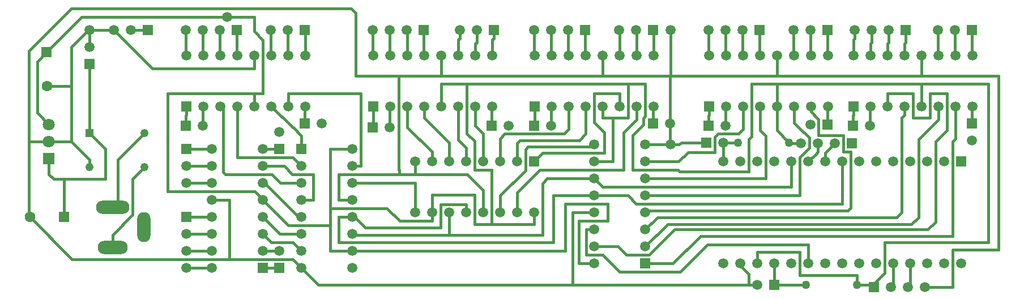
<source format=gbr>
G04 DipTrace Beta 3.9.0.1*
G04 Bottom.gbr*
%MOMM*%
G04 #@! TF.FileFunction,Copper,L2,Bot*
G04 #@! TF.Part,Single*
%AMOUTLINE0*
4,1,4,
-0.74993,0.75007,
0.75007,0.74993,
0.74993,-0.75007,
-0.75007,-0.74993,
-0.74993,0.75007,
0*%
G04 #@! TA.AperFunction,Conductor*
%ADD14C,0.4*%
G04 #@! TA.AperFunction,ComponentPad*
%ADD15R,1.5X1.5*%
%ADD16C,1.5*%
%ADD17O,5.0X2.0*%
%ADD18O,4.5X2.0*%
%ADD19O,2.0X4.5*%
%ADD21R,1.23X1.23*%
%ADD22C,1.23*%
%ADD23C,1.6*%
%ADD24R,1.6X1.6*%
%ADD25R,1.8X1.8*%
%ADD26C,1.8*%
%ADD27C,1.27*%
%ADD28C,1.27*%
%ADD29C,1.5*%
%ADD63OUTLINE0*%
%FSLAX35Y35*%
G04*
G71*
G90*
G75*
G01*
G04 Bottom*
%LPD*%
X937315Y4461435D2*
D14*
Y4090935D1*
X948308Y4079938D1*
X1191312Y4461435D2*
Y4090935D1*
X1202312Y4079938D1*
X2218312D2*
Y4450435D1*
X2207312Y4461435D1*
X-2999692D2*
Y4090935D1*
X-2988685Y4079938D1*
X-1729688Y4461435D2*
Y4090935D1*
X-1718688Y4079938D1*
X-4131688Y1412935D2*
X-4512692D1*
X3286815Y4461435D2*
Y4090935D1*
X3297808Y4079938D1*
X-3761692Y4461435D2*
Y4090935D1*
X-3750685Y4079938D1*
X-4131688Y1666935D2*
X-4512692D1*
X-4131688Y2174935D2*
X-4512692D1*
X-4131688Y2428935D2*
X-4512692D1*
X4017062Y968938D2*
Y1143562D1*
X4650072D1*
Y793750D1*
X5509312D1*
Y651432D1*
X-6571568Y3048562D2*
X-6746188Y3223182D1*
Y3985224D1*
X-6603337Y4128075D1*
X-2036188Y2682938D2*
X-2364692D1*
Y1795938D1*
X-1516318D1*
X-1326388Y1606008D1*
X-840756D1*
Y1731072D1*
X4313808Y3317935D2*
Y2958188D1*
X4493308Y2778688D1*
X-840756Y1731072D2*
Y1996018D1*
X-207718D1*
Y1556315D1*
X46282D1*
Y2368008D1*
X-207718D1*
Y2796592D1*
X-323675Y2912548D1*
Y3651812D1*
X-702688D1*
Y3317935D1*
X4313808D2*
Y3651812D1*
X3930822D1*
Y2870745D1*
X3888072Y2827995D1*
Y2342608D1*
X2861008D1*
X2836202Y2367415D1*
X2159000D1*
Y2889250D1*
X2317750Y3048000D1*
Y3143250D1*
X2343322Y3168822D1*
Y3651812D1*
X2089322D1*
Y3143808D1*
X1858065D1*
Y2492418D1*
X1583268D1*
X-3904562Y4651935D2*
X-3502448D1*
Y4439073D1*
X-3371678Y4308303D1*
Y3508938D1*
X-3496688D1*
X-3691682D1*
X-3695678Y3512935D1*
X-4793558D1*
Y2049935D1*
X-3493312D1*
X-3380688Y1937312D1*
X-3369692D1*
Y1920938D1*
X1858065Y3143808D2*
X1710312D1*
Y3317935D1*
X5763312Y619685D2*
Y667437D1*
X5920075Y824200D1*
Y1286435D1*
X7469402D1*
Y3652925D1*
X6476065D1*
X4313808D1*
Y3317935D1*
X-3369692Y1920938D2*
X-2990688Y1541935D1*
X-2364692D1*
Y1158938D1*
X-2036188D1*
X2089322Y3651812D2*
X-323675D1*
X6472812Y3317935D2*
X6476065D1*
Y3652925D1*
X5509312Y651432D2*
X5731565D1*
X5763312Y619685D1*
X-2036188Y1158938D2*
X1146398D1*
Y1859418D1*
X1778685D1*
Y1605418D1*
X1350062D1*
Y968418D1*
X1583268D1*
X-2364692Y1795938D2*
Y1541935D1*
X-3496688Y3508938D2*
Y3317935D1*
X-3496685D1*
X-6603337Y4128075D2*
X-6079477Y4651935D1*
X-3904562D1*
X46282Y1556315D2*
X683244D1*
Y1730936D1*
X4493308Y2778688D2*
X4509185Y2762812D1*
X4667938D1*
X-4131688Y2682938D2*
X-4512692D1*
X4271058Y651435D2*
X4493802D1*
X4493815Y651425D1*
X4747315D1*
X4271062Y968938D2*
Y651435D1*
X4271058D1*
X3731312Y2778688D2*
X3509062D1*
Y2492938D1*
X1583268Y1476418D2*
X1458262D1*
Y1097418D1*
X1708268D1*
X1962268Y843418D1*
X2863735D1*
X3275002Y1254685D1*
X4779062D1*
Y968938D1*
X-5143318Y2921595D2*
X-5539692Y2525218D1*
Y1810312D1*
X-5619065D1*
X-5143292Y2411595D2*
X-5319058Y2235828D1*
Y1699035D1*
X-5619065Y1399025D1*
Y1210312D1*
X-5968312Y3953435D2*
Y2921555D1*
X-5968318D1*
X-5730188Y2683428D1*
Y2230068D1*
X-6349315D1*
X-6501572D1*
X-6571565Y2300058D1*
Y2540558D1*
X-6349315Y2230068D2*
Y1667445D1*
X7223808Y3064435D2*
Y3306938D1*
X7234812Y3317938D1*
X5445812Y3032685D2*
Y3181938D1*
X5456812Y3192938D1*
Y3317938D1*
X5699808Y3032685D2*
Y3306938D1*
X5710808Y3317938D1*
X5064808Y3048565D2*
Y3306938D1*
X5075808Y3317938D1*
X3286815Y3032685D2*
Y3181938D1*
X3297808Y3192938D1*
Y3317938D1*
X3540812Y3032685D2*
Y3306938D1*
X3551808Y3317938D1*
X694312D2*
Y3043685D1*
X683312Y3032685D1*
X937308D2*
Y3306938D1*
X948308Y3317938D1*
X2726315Y4460935D2*
Y3778250D1*
X1710312D1*
Y4079935D1*
X-702688D2*
Y3778250D1*
X-1339682D1*
X-1981168D1*
Y4709732D1*
X-2051172Y4779735D1*
X-6237388D1*
X-6873185Y4143938D1*
Y2794562D1*
X-6571568D1*
X-6603281Y3620075D2*
X-6238192D1*
Y4207435D1*
X-5984188Y4461438D1*
X-5968318D1*
X-2036188Y1920938D2*
X-2237692D1*
Y2302435D1*
X-1332815D1*
X-1094688D1*
Y2493094D1*
X3255065Y2778688D2*
X2883575D1*
X2851325Y2746438D1*
X2726315D1*
X-6857312Y1667438D2*
X-6223812Y1033938D1*
X-3872815D1*
X-2927188D1*
X-2798188Y904938D1*
X4017058Y651435D2*
X3888072D1*
Y812178D1*
X3763062Y937188D1*
Y968938D1*
X2345268Y2746418D2*
X2726315D1*
Y2746438D1*
X-2798188Y904938D2*
X-2546655Y653405D1*
X1254812D1*
Y1730418D1*
X1583268D1*
X-6571568Y2794562D2*
X-6238185D1*
X-5968305Y2524682D1*
Y2411572D1*
X-1339682Y3778250D2*
Y2372802D1*
X-1332815Y2365935D1*
Y2302435D1*
X-5968318Y4461438D2*
Y4207438D1*
X2715315Y3064435D2*
Y3778250D1*
X4313808D1*
Y4079935D1*
X-6238192Y3620075D2*
X-6238185Y2794562D1*
X-6873185D2*
Y1667438D1*
X-6857312D1*
X1710312Y3778250D2*
X-702688D1*
X3888072Y651435D2*
X1254812Y653405D1*
X-3872815Y1033938D2*
Y1920938D1*
X-4131692D1*
X-5603185Y4461432D2*
X-5026692Y3884938D1*
X-3496685D1*
Y4079935D1*
X-5968318Y4461438D2*
X-5603185D1*
Y4461432D1*
X-1094688Y2302435D2*
X-316815D1*
X-78756Y2064376D1*
Y1731004D1*
X6472812Y4079935D2*
Y3778250D1*
X7620688D1*
Y1175312D1*
X6936072D1*
Y619685D1*
X6525312D1*
X4313808Y3778250D2*
X6472812D1*
X2726315D2*
X2715315D1*
X2726315Y2746438D2*
X2715315Y2757438D1*
Y3064435D1*
X3540812Y4461435D2*
Y4090935D1*
X3551808Y4079938D1*
X3794812Y4461435D2*
Y4090935D1*
X3805812Y4079938D1*
X4048808Y4461435D2*
Y4090935D1*
X4059812Y4079938D1*
X4556812Y4461435D2*
Y4090935D1*
X4567812Y4079938D1*
X4810808Y4461435D2*
Y4090935D1*
X4821812Y4079938D1*
X5064808Y4461435D2*
Y4090935D1*
X5075808Y4079938D1*
X6715812Y4461435D2*
Y4090935D1*
X6726808Y4079938D1*
X6969812Y4461435D2*
Y4090935D1*
X6980812Y4079938D1*
X7223808Y4461435D2*
Y4090935D1*
X7234812Y4079938D1*
X6239562Y4461435D2*
Y4276805D1*
X6218812Y4256058D1*
Y4079938D1*
X5985562Y4461435D2*
Y4276805D1*
X5964812Y4256058D1*
Y4079938D1*
X5731565Y4461435D2*
Y4276805D1*
X5710808Y4256058D1*
Y4079938D1*
X5477565Y4461435D2*
Y4336435D1*
X5456812Y4315688D1*
Y4079938D1*
X683315Y4461435D2*
Y4090935D1*
X694312Y4079938D1*
X-1094752Y1731092D2*
Y2174935D1*
X-2036192D1*
X4525062Y2492938D2*
Y2113415D1*
X1708272D1*
X1583272Y2238422D1*
X-586755Y1731048D2*
Y1397565D1*
X-2036192D1*
Y1412935D1*
X1583272Y2238422D2*
X878282D1*
X808282Y2168418D1*
Y1397562D1*
X-586755D1*
X1445312Y4461435D2*
Y4090935D1*
X1456312Y4079938D1*
X1964308D2*
Y4450435D1*
X1953312Y4461435D1*
X1583268Y2746418D2*
Y2714625D1*
X592485D1*
X554282Y2676422D1*
Y2364032D1*
X175244Y1984995D1*
Y1730981D1*
X2472312Y4079938D2*
Y4450435D1*
X2461308Y4461435D1*
X-3253688D2*
Y4090935D1*
X-3242688Y4079938D1*
X-332752Y1731022D2*
Y1856018D1*
X-715718D1*
Y1508685D1*
X-1840818D1*
X-1999068Y1666935D1*
X-2036192D1*
X1583272Y1984422D2*
X2083918D1*
X2208925Y1859418D1*
X5287062D1*
Y2492938D1*
X-2036192Y1666935D2*
X-2237692D1*
Y1287935D1*
X969058D1*
Y1984422D1*
X1583272D1*
X-2734688Y4079938D2*
Y4450435D1*
X-2745688Y4461435D1*
X-4523685D2*
Y4090935D1*
X-4512685Y4079938D1*
X-4269688Y4461435D2*
Y4090935D1*
X-4258688Y4079938D1*
X-4015688Y4461435D2*
Y4090935D1*
X-4004688Y4079938D1*
X-1475685Y4461435D2*
Y4090935D1*
X-1464692Y4079938D1*
X-1210685D2*
Y4450435D1*
X-1221688Y4461435D1*
X-967688D2*
Y4090935D1*
X-956688Y4079938D1*
X-448692D2*
Y4315688D1*
X-427938Y4336435D1*
Y4461435D1*
X-173938D2*
Y4276805D1*
X-194688Y4256058D1*
Y4079938D1*
X80058Y4461435D2*
Y4336425D1*
X59312Y4315678D1*
Y4079938D1*
X-4131688Y904938D2*
X-4512692D1*
X-4131688Y1158938D2*
X-4512692D1*
X-2798185D2*
X-2927192Y1287935D1*
X-3244688D1*
X-3369688Y1412935D1*
X-2798185D2*
X-3115688D1*
X-3369688Y1666935D1*
Y2174935D2*
X-3348438D1*
X-2840438Y1666935D1*
X-2798185D1*
X-3369688Y2428935D2*
X-3055688D1*
X-2930688Y2303935D1*
X-2618688D1*
Y1920938D1*
X-2798185D1*
X-4004685Y3317935D2*
X-3968750D1*
Y2337997D1*
X-3934688Y2303935D1*
X-3239168D1*
X-3110172Y2174938D1*
X-2798188D1*
X-2798185Y2428935D2*
X-2927185Y2557938D1*
X-3750685D1*
Y3317938D1*
X-2798185Y2682938D2*
Y2878812D1*
X-2920315Y3000935D1*
X-2925692D1*
X-3242688Y3317938D1*
X-2036192Y2428935D2*
X-1911175D1*
Y3508938D1*
X-2988685D1*
Y3317938D1*
X-1210685D2*
Y3005815D1*
X-840688Y2635812D1*
Y2493068D1*
X-586692Y2493048D2*
Y2778688D1*
X-956688Y3148688D1*
Y3317938D1*
X-332688Y2493022D2*
Y2700005D1*
X-448692Y2816008D1*
Y3317938D1*
X-78688Y2493002D2*
Y2910005D1*
X-194688Y3026005D1*
Y3317938D1*
X175308Y2492978D2*
Y2837718D1*
X245275Y2907685D1*
X1132312D1*
X1202312Y2977688D1*
Y3317938D1*
X1456312Y3317935D2*
Y2907692D1*
X1358495Y2809875D1*
X471472D1*
X429312Y2767716D1*
Y2492958D1*
X683312Y2492938D2*
X811788Y2621418D1*
X1731058D1*
Y2926355D1*
X1581322Y3076098D1*
Y3508938D1*
X1964308D1*
Y3317938D1*
X429248Y1730958D2*
Y2032968D1*
X763688Y2367415D1*
X2019332D1*
Y2923952D1*
X2218312Y3122932D1*
Y3317938D1*
X2461315Y3064435D2*
Y3306938D1*
X2472312Y3317938D1*
X-1718688D2*
Y3011935D1*
X-1729688Y3000935D1*
X-1475692D2*
Y3306938D1*
X-1464692Y3317938D1*
X48308Y3032685D2*
Y3306938D1*
X59312Y3317938D1*
X-4523685Y3032685D2*
Y3181938D1*
X-4512685Y3192938D1*
Y3317938D1*
X-4269688Y3032685D2*
Y3306938D1*
X-4258688Y3317938D1*
X-2745688Y3064435D2*
Y3306938D1*
X-2734688Y3317938D1*
X-3126692Y905438D2*
X-3369688D1*
Y904938D1*
X-3126692Y1159438D2*
X-3369688D1*
Y1158938D1*
X-3126692Y2683438D2*
X-3369688D1*
Y2682938D1*
X-5349185Y4461432D2*
X-5095188D1*
Y4461435D1*
X6271312Y619685D2*
X6303062D1*
Y968938D1*
X6049062D2*
Y619685D1*
X6017312D1*
X4921938Y2762812D2*
Y2637808D1*
X4904068Y2619938D1*
Y2617948D1*
X4779058Y2492938D1*
X5175938Y2762812D2*
X5033065Y2619932D1*
Y2492938D1*
X1583272Y1222422D2*
X1936135D1*
X2061142Y1097418D1*
X2398768D1*
X2778292Y1476935D1*
X6568595D1*
X6682075Y1590415D1*
Y2795775D1*
X6851822Y2965528D1*
Y3508938D1*
X6597818D1*
Y3143808D1*
X6343822D1*
Y3508938D1*
X5964812D1*
Y3317938D1*
X6980812D2*
Y2833018D1*
X6936072Y2788278D1*
Y1381685D1*
X3173242D1*
X2759975Y968418D1*
X2345265D1*
Y1222422D2*
X2679158Y1556315D1*
X6323968D1*
X6428072Y1660418D1*
Y2824195D1*
X6726808Y3122932D1*
Y3317938D1*
X2345265Y1476422D2*
X2529262Y1660418D1*
X6104068D1*
X6174072Y1730418D1*
Y3148198D1*
X6218812Y3192938D1*
Y3317938D1*
X2345268Y1730418D2*
Y1762688D1*
X5374338D1*
X5412072Y1800422D1*
Y2637808D1*
X5300942D1*
Y2889250D1*
X4935808D1*
Y3122942D1*
X4865812Y3192938D1*
X4872812D1*
X4821808Y3243942D1*
Y3317935D1*
X4567808D2*
Y3069312D1*
X4713565Y2923555D1*
X4722945D1*
X4794250Y2852250D1*
Y2698750D1*
X4650072Y2554572D1*
Y1984418D1*
X2345268D1*
X2345265Y2238422D2*
X4142068D1*
Y2878238D1*
X4059812Y2960495D1*
Y3317938D1*
X2345268Y2492418D2*
X2840692D1*
X2983523Y2635250D1*
X3380058D1*
Y2856183D1*
X3431560Y2907685D1*
X3735808D1*
X3805808Y2977685D1*
Y3317935D1*
D15*
X-4512685D3*
D16*
X-4258685D3*
X-4004685D3*
X-3750685D3*
X-3496685D3*
X-3242685D3*
X-2988685D3*
X-2734685D3*
Y4079935D3*
X-2988685D3*
X-3242685D3*
X-3496685D3*
X-3750685D3*
X-4004685D3*
X-4258685D3*
X-4512685D3*
D15*
X-3369692Y904938D3*
D16*
Y1158938D3*
Y1412938D3*
Y1666938D3*
Y1920938D3*
Y2174938D3*
Y2428938D3*
Y2682938D3*
X-4131692D3*
Y2428938D3*
Y2174938D3*
Y1920938D3*
Y1666938D3*
Y1412938D3*
Y1158938D3*
Y904938D3*
D15*
X-1718688Y3317935D3*
D16*
X-1464688D3*
X-1210688D3*
X-956688D3*
X-702688D3*
X-448688D3*
X-194688D3*
X59312D3*
Y4079935D3*
X-194688D3*
X-448688D3*
X-702688D3*
X-956688D3*
X-1210688D3*
X-1464688D3*
X-1718688D3*
D15*
X3297808Y3317935D3*
D16*
X3551808D3*
X3805808D3*
X4059808D3*
X4313808D3*
X4567808D3*
X4821808D3*
X5075808D3*
Y4079935D3*
X4821808D3*
X4567808D3*
X4313808D3*
X4059808D3*
X3805808D3*
X3551808D3*
X3297808D3*
D15*
X694312Y3317935D3*
D16*
X948312D3*
X1202312D3*
X1456312D3*
X1710312D3*
X1964312D3*
X2218312D3*
X2472312D3*
Y4079935D3*
X2218312D3*
X1964312D3*
X1710312D3*
X1456312D3*
X1202312D3*
X948312D3*
X694312D3*
D15*
X5456812Y3317935D3*
D16*
X5710812D3*
X5964812D3*
X6218812D3*
X6472812D3*
X6726812D3*
X6980812D3*
X7234812D3*
Y4079935D3*
X6980812D3*
X6726812D3*
X6472812D3*
X6218812D3*
X5964812D3*
X5710812D3*
X5456812D3*
D15*
X2345268Y968418D3*
D16*
Y1222418D3*
Y1476418D3*
Y1730418D3*
Y1984418D3*
Y2238418D3*
Y2492418D3*
Y2746418D3*
X1583268D3*
Y2492418D3*
Y2238418D3*
Y1984418D3*
Y1730418D3*
Y1476418D3*
Y1222418D3*
Y968418D3*
D63*
X683312Y2492936D3*
D16*
X429312Y2492958D3*
X175312Y2492981D3*
X-78688Y2493004D3*
X-332688Y2493026D3*
X-586688Y2493049D3*
X-840688Y2493072D3*
X-1094688Y2493094D3*
X-1094756Y1731094D3*
X-840756Y1731072D3*
X-586756Y1731049D3*
X-332756Y1731026D3*
X-78756Y1731004D3*
X175244Y1730981D3*
X429244Y1730958D3*
X683244Y1730936D3*
D15*
X5064808Y4461435D3*
D16*
X4810808D3*
X4556808D3*
D15*
X-2798188Y2682938D3*
D16*
Y2428938D3*
Y2174938D3*
Y1920938D3*
Y1666938D3*
Y1412938D3*
Y1158938D3*
Y904938D3*
X-2036188D3*
Y1158938D3*
Y1412938D3*
Y1666938D3*
Y1920938D3*
Y2174938D3*
Y2428938D3*
Y2682938D3*
D15*
X6239562Y4461435D3*
D16*
X5985562D3*
X5731562D3*
X5477562D3*
D15*
X2461312D3*
D16*
X2207312D3*
X1953312D3*
D15*
X80062D3*
D16*
X-173938D3*
X-427938D3*
D15*
X7223812D3*
D16*
X6969812D3*
X6715812D3*
D15*
X-4512692Y2682935D3*
D16*
Y2428935D3*
Y2174935D3*
D15*
X-3761688Y4461435D3*
D16*
X-4015688D3*
X-4269688D3*
X-4523688D3*
D15*
X1445315D3*
D16*
X1191315D3*
X937315D3*
X683315D3*
D15*
X-2745692D3*
D16*
X-2999692D3*
X-3253692D3*
D15*
X-967685D3*
D16*
X-1221685D3*
X-1475685D3*
X-1729685D3*
D15*
X-4512692Y1666935D3*
D16*
Y1412935D3*
Y1158935D3*
Y904935D3*
D15*
X4048812Y4461435D3*
D16*
X3794812D3*
X3540812D3*
X3286812D3*
D15*
X3255065Y2778688D3*
D16*
X3509065D3*
D15*
X4271058Y651435D3*
D16*
X4017058D3*
D15*
X7065062Y2492938D3*
D16*
X6811062D3*
X6557062D3*
X6303062D3*
X6049062D3*
X5795062D3*
X5541062D3*
X5287062D3*
X5033062D3*
X4779062D3*
X4525062D3*
X4271062D3*
X4017062D3*
X3763062D3*
X3509062D3*
Y968938D3*
X3763062D3*
X4017062D3*
X4271062D3*
X4525062D3*
X4779062D3*
X5033062D3*
X5287062D3*
X5541062D3*
X5795062D3*
X6049062D3*
X6303062D3*
X6557062D3*
X6811062D3*
X7065062D3*
D17*
X-5619065Y1810315D3*
D18*
Y1210315D3*
D19*
X-5149065Y1510315D3*
D21*
X-5968305Y2921572D3*
D22*
Y2411572D3*
X-5143305D3*
Y2921572D3*
D23*
X-6857312Y1667438D3*
D24*
X-6349312D3*
D23*
X-6603281Y3620075D3*
D24*
X-6603337Y4128075D3*
D25*
X-6571568Y2540562D3*
D26*
Y3048562D3*
Y2794562D3*
D15*
X5445808Y3032685D3*
D16*
X5699808D3*
D15*
X7223808Y3064435D3*
D16*
Y2810435D3*
D15*
X3286815Y3032685D3*
D16*
X3540815D3*
D15*
X5064808Y3048565D3*
D16*
X4810808D3*
D15*
X683308Y3032685D3*
D16*
X937308D3*
D15*
X2461315Y3064435D3*
D16*
X2715315D3*
D15*
X-1729688Y3000935D3*
D16*
X-1475688D3*
D15*
X48308Y3032685D3*
D16*
X302308D3*
D15*
X-4523688D3*
D16*
X-4269688D3*
D15*
X-2745688Y3064435D3*
D16*
X-2491688D3*
D15*
X-3126692Y905438D3*
D16*
Y1159438D3*
D15*
Y2683438D3*
D16*
Y2937438D3*
D15*
X-5968318Y3953438D3*
D16*
Y4207438D3*
Y4461438D3*
D15*
X-5095185Y4461432D3*
D16*
X-5349185D3*
X-5603185D3*
D15*
X5429938Y2762812D3*
D16*
X5175938D3*
X4921938D3*
X4667938D3*
D27*
X5509312Y651432D3*
D28*
X4747312D3*
D27*
X4493308Y2778688D3*
D28*
X3731308D3*
D15*
X5763312Y619685D3*
D16*
X6017312D3*
X6271312D3*
X6525312D3*
D29*
X2726315Y2746438D3*
Y4460935D3*
X-3904562Y4651935D3*
M02*

</source>
